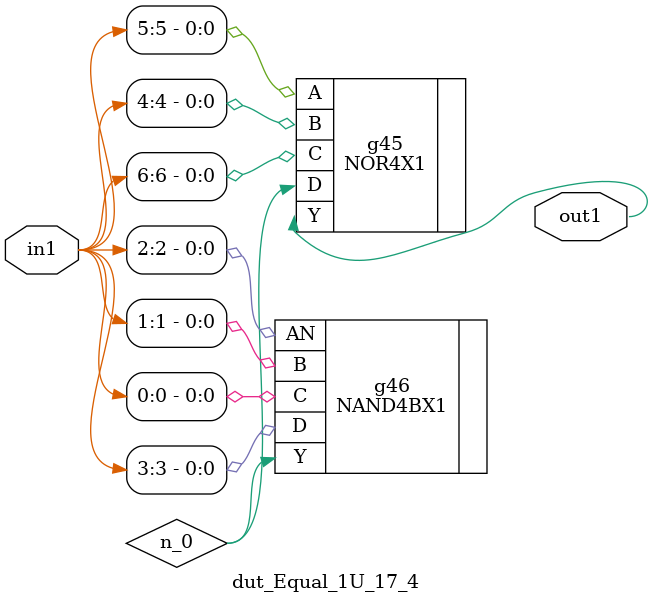
<source format=v>
`timescale 1ps / 1ps


module dut_Equal_1U_17_4(in1, out1);
  input [6:0] in1;
  output out1;
  wire [6:0] in1;
  wire out1;
  wire n_0;
  NOR4X1 g45(.A (in1[5]), .B (in1[4]), .C (in1[6]), .D (n_0), .Y
       (out1));
  NAND4BX1 g46(.AN (in1[2]), .B (in1[1]), .C (in1[0]), .D (in1[3]), .Y
       (n_0));
endmodule



</source>
